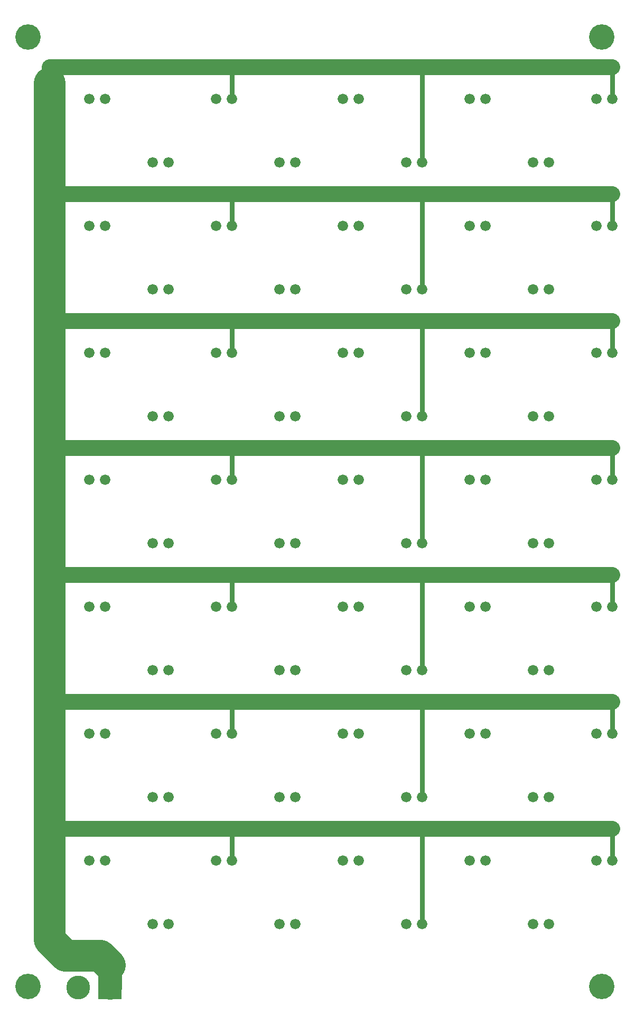
<source format=gtl>
G04 (created by PCBNEW (2013-june-11)-stable) date Thu 26 Dec 2013 21:04:28 CET*
%MOIN*%
G04 Gerber Fmt 3.4, Leading zero omitted, Abs format*
%FSLAX34Y34*%
G01*
G70*
G90*
G04 APERTURE LIST*
%ADD10C,0.006*%
%ADD11C,0.066*%
%ADD12C,0.15*%
%ADD13R,0.15X0.15*%
%ADD14C,0.16*%
%ADD15C,0.15*%
%ADD16C,0.2*%
%ADD17C,0.03*%
%ADD18C,0.1*%
G04 APERTURE END LIST*
G54D10*
G54D11*
X47500Y-48000D03*
X48500Y-48000D03*
X43500Y-44000D03*
X44500Y-44000D03*
X47500Y-40000D03*
X48500Y-40000D03*
X51500Y-44000D03*
X52500Y-44000D03*
X55500Y-40000D03*
X56500Y-40000D03*
X59500Y-44000D03*
X60500Y-44000D03*
X63500Y-40000D03*
X64500Y-40000D03*
X31500Y-48000D03*
X32500Y-48000D03*
X35500Y-52000D03*
X36500Y-52000D03*
X39500Y-48000D03*
X40500Y-48000D03*
X43500Y-52000D03*
X44500Y-52000D03*
X39500Y-40000D03*
X40500Y-40000D03*
X51500Y-52000D03*
X52500Y-52000D03*
X55500Y-48000D03*
X56500Y-48000D03*
X59500Y-52000D03*
X60500Y-52000D03*
X63500Y-48000D03*
X64500Y-48000D03*
X31500Y-56000D03*
X32500Y-56000D03*
X35500Y-60000D03*
X36500Y-60000D03*
X39500Y-56000D03*
X40500Y-56000D03*
X43500Y-60000D03*
X44500Y-60000D03*
X47500Y-56000D03*
X48500Y-56000D03*
X35500Y-36000D03*
X36500Y-36000D03*
X35500Y-28000D03*
X36500Y-28000D03*
X39500Y-24000D03*
X40500Y-24000D03*
X43500Y-28000D03*
X44500Y-28000D03*
X47500Y-24000D03*
X48500Y-24000D03*
X51500Y-28000D03*
X52500Y-28000D03*
X55500Y-24000D03*
X56500Y-24000D03*
X59500Y-28000D03*
X60500Y-28000D03*
X63500Y-24000D03*
X64500Y-24000D03*
X31500Y-32000D03*
X32500Y-32000D03*
X51500Y-60000D03*
X52500Y-60000D03*
X39500Y-32000D03*
X40500Y-32000D03*
X43500Y-36000D03*
X44500Y-36000D03*
X47500Y-32000D03*
X48500Y-32000D03*
X51500Y-36000D03*
X52500Y-36000D03*
X55500Y-32000D03*
X56500Y-32000D03*
X59500Y-36000D03*
X60500Y-36000D03*
X63500Y-32000D03*
X64500Y-32000D03*
X31500Y-40000D03*
X32500Y-40000D03*
X35500Y-44000D03*
X36500Y-44000D03*
X31500Y-24000D03*
X32500Y-24000D03*
X63500Y-72000D03*
X64500Y-72000D03*
X59500Y-76000D03*
X60500Y-76000D03*
X55500Y-64000D03*
X56500Y-64000D03*
X55500Y-56000D03*
X56500Y-56000D03*
X59500Y-60000D03*
X60500Y-60000D03*
X63500Y-56000D03*
X64500Y-56000D03*
X31500Y-64000D03*
X32500Y-64000D03*
X35500Y-68000D03*
X36500Y-68000D03*
X39500Y-64000D03*
X40500Y-64000D03*
X43500Y-68000D03*
X44500Y-68000D03*
X47500Y-64000D03*
X48500Y-64000D03*
X51500Y-68000D03*
X52500Y-68000D03*
X59500Y-68000D03*
X60500Y-68000D03*
X63500Y-64000D03*
X64500Y-64000D03*
X31500Y-72000D03*
X32500Y-72000D03*
X35500Y-76000D03*
X36500Y-76000D03*
X39500Y-72000D03*
X40500Y-72000D03*
X43500Y-76000D03*
X44500Y-76000D03*
X47500Y-72000D03*
X48500Y-72000D03*
X51500Y-76000D03*
X52500Y-76000D03*
X55500Y-72000D03*
X56500Y-72000D03*
G54D12*
X30800Y-80000D03*
G54D13*
X32800Y-80000D03*
G54D14*
X27637Y-20078D03*
X63858Y-20078D03*
X63858Y-79921D03*
X27637Y-79921D03*
G54D15*
X32800Y-80000D02*
X32800Y-78600D01*
G54D16*
X29000Y-77000D02*
X29000Y-70000D01*
X30000Y-78000D02*
X29000Y-77000D01*
X32200Y-78000D02*
X30000Y-78000D01*
X32800Y-78600D02*
X32200Y-78000D01*
G54D17*
X64500Y-72000D02*
X64500Y-70000D01*
G54D18*
X64500Y-70000D02*
X52500Y-70000D01*
G54D17*
X52500Y-76000D02*
X52500Y-70000D01*
X40500Y-72000D02*
X40500Y-70000D01*
X40500Y-64000D02*
X40500Y-62000D01*
X40500Y-62000D02*
X40500Y-62500D01*
X40500Y-62500D02*
X40500Y-62000D01*
X52500Y-68000D02*
X52500Y-62000D01*
X64500Y-64000D02*
X64500Y-62000D01*
G54D18*
X64500Y-62000D02*
X52500Y-62000D01*
X52500Y-62000D02*
X40500Y-62000D01*
X40500Y-62000D02*
X29000Y-62000D01*
G54D17*
X64500Y-56000D02*
X64500Y-54000D01*
G54D18*
X64500Y-54000D02*
X52500Y-54000D01*
G54D17*
X52500Y-60000D02*
X52500Y-54000D01*
X40500Y-56000D02*
X40500Y-54000D01*
X40500Y-48000D02*
X40500Y-46000D01*
X52500Y-52000D02*
X52500Y-46000D01*
X64500Y-48000D02*
X64500Y-46000D01*
G54D18*
X64500Y-46000D02*
X52500Y-46000D01*
X52500Y-46000D02*
X40500Y-46000D01*
X40500Y-46000D02*
X29000Y-46000D01*
G54D17*
X64500Y-40000D02*
X64500Y-38000D01*
G54D18*
X64500Y-38000D02*
X52500Y-38000D01*
G54D17*
X52500Y-44000D02*
X52500Y-38000D01*
X40500Y-40000D02*
X40500Y-38000D01*
X40500Y-32000D02*
X40500Y-30000D01*
X52500Y-36000D02*
X52500Y-30000D01*
X64500Y-32000D02*
X64500Y-30000D01*
G54D18*
X64500Y-30000D02*
X52500Y-30000D01*
X52500Y-30000D02*
X40500Y-30000D01*
X40500Y-30000D02*
X29000Y-30000D01*
G54D17*
X64500Y-24000D02*
X64500Y-22000D01*
G54D18*
X64500Y-22000D02*
X52500Y-22000D01*
G54D17*
X52500Y-28000D02*
X52500Y-22000D01*
X40500Y-24000D02*
X40500Y-22000D01*
G54D18*
X29000Y-70000D02*
X40500Y-70000D01*
X40500Y-70000D02*
X52500Y-70000D01*
X29000Y-54000D02*
X40500Y-54000D01*
X40500Y-54000D02*
X52500Y-54000D01*
X29000Y-38000D02*
X40500Y-38000D01*
X40500Y-38000D02*
X52500Y-38000D01*
X29000Y-23000D02*
X29000Y-22000D01*
G54D16*
X29000Y-70000D02*
X29000Y-62000D01*
X29000Y-62000D02*
X29000Y-54000D01*
X29000Y-54000D02*
X29000Y-46000D01*
X29000Y-46000D02*
X29000Y-38000D01*
X29000Y-38000D02*
X29000Y-30000D01*
X29000Y-30000D02*
X29000Y-23000D01*
G54D18*
X29000Y-22000D02*
X40500Y-22000D01*
X40500Y-22000D02*
X52500Y-22000D01*
M02*

</source>
